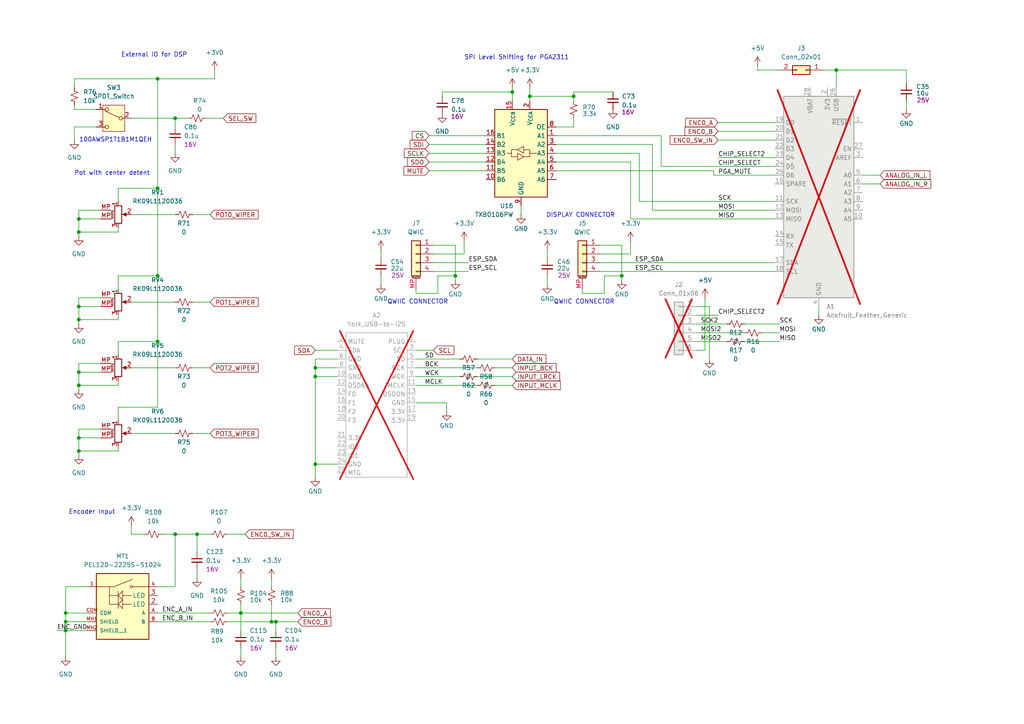
<source format=kicad_sch>
(kicad_sch (version 20250114) (generator "eeschema") (generator_version "9.0")
  (paper "A4")
  (lib_symbols
    (symbol "1_User_Library:Capacitor_non_polar" (pin_numbers (hide yes)) (pin_names (offset 0.254) (hide yes))
      (property "Reference" "C" (at 2.54 1.778 0))
      (property "Value" "val" (at 2.54 0 0))
      (property "Voltage" "Vol" (at 2.54 -2.032 0))
      (symbol "Capacitor_non_polar_1_1"
        (pin passive line (at 0 2.54 270) (length 2.032) (name "~") (number "1"))
        (pin passive line (at 0 -2.54 90) (length 2.032) (name "~") (number "2"))
      )
    )
    (symbol "1_User_Library:PEL12D-2225S-S1024" (pin_names (offset 1.016))
      (property "Reference" "MT" (at -7.62 8.89 0))
      (property "Value" "PEL12D-2225S-S1024" (at -7.62 -11.43 0))
      (symbol "PEL12D-2225S-S1024_0_0"
        (pin passive line (at -10.16 5.08 0) (length 2.54) (name "~") (number "1"))
        (pin passive line (at -10.16 -2.54 0) (length 2.54) (name "COM") (number "COM"))
        (pin passive line (at 10.16 2.54 180) (length 2.54) (name "LED") (number "3"))
        (pin passive line (at 10.16 0 180) (length 2.54) (name "LED") (number "2"))
        (pin passive line (at 10.16 -2.54 180) (length 2.54) (name "A") (number "A"))
        (pin passive line (at 10.16 -5.08 180) (length 2.54) (name "B") (number "B"))
      )
      (symbol "PEL12D-2225S-S1024_1_0"
        (pin passive line (at -10.16 -5.08 0) (length 2.54) (name "SHIELD") (number "MH1"))
        (pin passive line (at -10.16 -7.62 0) (length 2.54) (name "SHIELD__1") (number "MH2"))
        (pin passive line (at 10.16 5.08 180) (length 2.54) (name "~") (number "4"))
      )
    )
    (symbol "1_User_Library:RK09L1120036" (pin_names (offset 1.016) (hide yes))
      (property "Reference" "RV" (at -8.255 0 90))
      (property "Value" "RK09L1120036" (at -6.35 0 90))
      (symbol "RK09L1120036_1_1"
        (text "Mounting" (at -1.651 0 900) (effects (font (size 0.381 0.381))))
        (pin passive line (at -5.08 1.27 0) (length 3.048) (name "MountPin") (number "MP"))
        (pin passive line (at -5.08 -1.27 0) (length 3.048) (name "MountPin") (number "MP"))
        (pin passive line (at 0 3.81 270) (length 1.27) (name "1") (number "1"))
        (pin passive line (at 0 -3.81 90) (length 1.27) (name "3") (number "3"))
        (pin passive line (at 3.81 0 180) (length 1.27) (name "2") (number "2"))
      )
    )
    (symbol "1_User_Library:Resistor" (pin_numbers (hide yes)) (pin_names (offset 0.254) (hide yes))
      (property "Reference" "R" (at 0.762 0.508 0))
      (symbol "Resistor_1_1"
        (pin passive line (at 0 2.54 270) (length 1.016) (name "~") (number "1"))
        (pin passive line (at 0 -2.54 90) (length 1.016) (name "~") (number "2"))
      )
    )
    (symbol "1_User_Library:SPDT_Switch" (pin_names (offset 0) (hide yes))
      (property "Reference" "SW" (at 0 5.08 0))
      (property "Value" "SPDT_Switch" (at 0 -5.08 0))
      (symbol "SPDT_Switch_1_1"
        (pin passive line (at -5.08 0 0) (length 2.54) (name "COM") (number "2"))
        (pin passive line (at 5.08 2.54 180) (length 2.54) (name "ON") (number "1"))
        (pin passive line (at 5.08 -2.54 180) (length 2.54) (name "ON") (number "3"))
      )
    )
    (symbol "1_User_Library:York_USB-to-I2S"
      (property "Reference" "A" (at -0.762 3.81 0))
      (property "Value" "York_USB-to-I2S" (at -8.636 1.27 0))
      (symbol "York_USB-to-I2S_1_1"
        (pin bidirectional line (at -11.43 -2.54 0) (length 2.54) (name "MUTE") (number "2"))
        (pin bidirectional line (at -11.43 -5.08 0) (length 2.54) (name "SDA") (number "4"))
        (pin bidirectional line (at -11.43 -7.62 0) (length 2.54) (name "GND") (number "6"))
        (pin bidirectional line (at -11.43 -10.16 0) (length 2.54) (name "GND") (number "8"))
        (pin bidirectional line (at -11.43 -12.7 0) (length 2.54) (name "GND") (number "10"))
        (pin bidirectional line (at -11.43 -15.24 0) (length 2.54) (name "DSD64") (number "12"))
        (pin bidirectional line (at -11.43 -17.78 0) (length 2.54) (name "F0") (number "14"))
        (pin bidirectional line (at -11.43 -20.32 0) (length 2.54) (name "F1") (number "16"))
        (pin bidirectional line (at -11.43 -22.86 0) (length 2.54) (name "F2") (number "18"))
        (pin bidirectional line (at -11.43 -25.4 0) (length 2.54) (name "F3") (number "20"))
        (pin bidirectional line (at -11.43 -30.48 0) (length 2.54) (name "3.3V") (number "21"))
        (pin bidirectional line (at -11.43 -33.02 0) (length 2.54) (name "IO0") (number "22"))
        (pin bidirectional line (at -11.43 -35.56 0) (length 2.54) (name "IO1") (number "23"))
        (pin bidirectional line (at -11.43 -38.1 0) (length 2.54) (name "GND") (number "24"))
        (pin bidirectional line (at -11.43 -40.64 0) (length 2.54) (name "MTG") (number "25"))
        (pin bidirectional line (at 11.43 -2.54 180) (length 2.54) (name "PLUG") (number "1"))
        (pin bidirectional line (at 11.43 -5.08 180) (length 2.54) (name "SCL") (number "3"))
        (pin bidirectional line (at 11.43 -7.62 180) (length 2.54) (name "SD") (number "5"))
        (pin bidirectional line (at 11.43 -10.16 180) (length 2.54) (name "BCK") (number "7"))
        (pin bidirectional line (at 11.43 -12.7 180) (length 2.54) (name "WCK") (number "9"))
        (pin bidirectional line (at 11.43 -15.24 180) (length 2.54) (name "MCLK") (number "11"))
        (pin bidirectional line (at 11.43 -17.78 180) (length 2.54) (name "DSDON") (number "13"))
        (pin bidirectional line (at 11.43 -20.32 180) (length 2.54) (name "GND") (number "15"))
        (pin bidirectional line (at 11.43 -22.86 180) (length 2.54) (name "3.3V") (number "17"))
        (pin bidirectional line (at 11.43 -25.4 180) (length 2.54) (name "3.3V") (number "19"))
      )
    )
    (symbol "Capacitor_non_polar_1" (pin_numbers (hide yes)) (pin_names (offset 0.254) (hide yes))
      (property "Reference" "C" (at 0.254 1.778 0))
      (symbol "Capacitor_non_polar_1_1_1"
        (pin passive line (at 0 2.54 270) (length 2.032) (name "~") (number "1"))
        (pin passive line (at 0 -2.54 90) (length 2.032) (name "~") (number "2"))
      )
    )
    (symbol "Connector_Generic:Conn_01x06" (pin_names (offset 1.016) (hide yes))
      (property "Reference" "J" (at 0 7.62 0))
      (property "Value" "Conn_01x06" (at 0 -10.16 0))
      (symbol "Conn_01x06_1_1"
        (pin passive line (at -5.08 5.08 0) (length 3.81) (name "Pin_1") (number "1"))
        (pin passive line (at -5.08 2.54 0) (length 3.81) (name "Pin_2") (number "2"))
        (pin passive line (at -5.08 0 0) (length 3.81) (name "Pin_3") (number "3"))
        (pin passive line (at -5.08 -2.54 0) (length 3.81) (name "Pin_4") (number "4"))
        (pin passive line (at -5.08 -5.08 0) (length 3.81) (name "Pin_5") (number "5"))
        (pin passive line (at -5.08 -7.62 0) (length 3.81) (name "Pin_6") (number "6"))
      )
    )
    (symbol "Connector_Generic:Conn_02x01" (pin_names (offset 1.016) (hide yes))
      (property "Reference" "J" (at 1.27 2.54 0))
      (property "Value" "Conn_02x01" (at 1.27 -2.54 0))
      (symbol "Conn_02x01_1_1"
        (pin passive line (at -5.08 0 0) (length 3.81) (name "Pin_1") (number "1"))
        (pin passive line (at 7.62 0 180) (length 3.81) (name "Pin_2") (number "2"))
      )
    )
    (symbol "Connector_Generic_MountingPin:Conn_01x04_MountingPin" (pin_names (offset 1.016) (hide yes))
      (property "Reference" "J" (at 0 5.08 0))
      (property "Value" "Conn_01x04_MountingPin" (at 1.27 -7.62 0))
      (symbol "Conn_01x04_MountingPin_1_1"
        (text "Mounting" (at 0 -6.731 0) (effects (font (size 0.381 0.381))))
        (pin passive line (at -5.08 2.54 0) (length 3.81) (name "Pin_1") (number "1"))
        (pin passive line (at -5.08 0 0) (length 3.81) (name "Pin_2") (number "2"))
        (pin passive line (at -5.08 -2.54 0) (length 3.81) (name "Pin_3") (number "3"))
        (pin passive line (at -5.08 -5.08 0) (length 3.81) (name "Pin_4") (number "4"))
        (pin passive line (at 0 -10.16 90) (length 3.048) (name "MountPin") (number "MP"))
      )
    )
    (symbol "Logic_LevelTranslator:TXB0106PW"
      (property "Reference" "U" (at -6.35 13.97 0))
      (property "Value" "TXB0106PW" (at 3.81 13.97 0))
      (symbol "TXB0106PW_1_1"
        (pin input line (at -10.16 7.62 0) (length 2.54) (name "OE") (number "8"))
        (pin bidirectional line (at -10.16 5.08 0) (length 2.54) (name "A1") (number "1"))
        (pin bidirectional line (at -10.16 2.54 0) (length 2.54) (name "A2") (number "3"))
        (pin bidirectional line (at -10.16 0 0) (length 2.54) (name "A3") (number "4"))
        (pin bidirectional line (at -10.16 -2.54 0) (length 2.54) (name "A4") (number "5"))
        (pin bidirectional line (at -10.16 -5.08 0) (length 2.54) (name "A5") (number "6"))
        (pin bidirectional line (at -10.16 -7.62 0) (length 2.54) (name "A6") (number "7"))
        (pin power_in line (at -2.54 15.24 270) (length 2.54) (name "V_{CCA}") (number "2"))
        (pin power_in line (at 0 -15.24 90) (length 2.54) (name "GND") (number "9"))
        (pin power_in line (at 2.54 15.24 270) (length 2.54) (name "V_{CCB}") (number "15"))
        (pin bidirectional line (at 10.16 5.08 180) (length 2.54) (name "B1") (number "16"))
        (pin bidirectional line (at 10.16 2.54 180) (length 2.54) (name "B2") (number "14"))
        (pin bidirectional line (at 10.16 0 180) (length 2.54) (name "B3") (number "13"))
        (pin bidirectional line (at 10.16 -2.54 180) (length 2.54) (name "B4") (number "12"))
        (pin bidirectional line (at 10.16 -5.08 180) (length 2.54) (name "B5") (number "11"))
        (pin bidirectional line (at 10.16 -7.62 180) (length 2.54) (name "B6") (number "10"))
      )
    )
    (symbol "MCU_Module:Adafruit_Feather_Generic"
      (property "Reference" "A" (at -10.16 29.21 0))
      (property "Value" "Adafruit_Feather_Generic" (at 2.54 -31.75 0))
      (symbol "Adafruit_Feather_Generic_1_1"
        (pin bidirectional line (at -12.7 20.32 0) (length 2.54) (name "D0") (number "19"))
        (pin bidirectional line (at -12.7 17.78 0) (length 2.54) (name "D1") (number "20"))
        (pin bidirectional line (at -12.7 15.24 0) (length 2.54) (name "D2") (number "21"))
        (pin bidirectional line (at -12.7 12.7 0) (length 2.54) (name "D3") (number "22"))
        (pin bidirectional line (at -12.7 10.16 0) (length 2.54) (name "D4") (number "23"))
        (pin bidirectional line (at -12.7 7.62 0) (length 2.54) (name "D5") (number "24"))
        (pin bidirectional line (at -12.7 5.08 0) (length 2.54) (name "D6") (number "25"))
        (pin bidirectional line (at -12.7 2.54 0) (length 2.54) (name "SPARE") (number "16"))
        (pin bidirectional line (at -12.7 -2.54 0) (length 2.54) (name "SCK") (number "11"))
        (pin bidirectional line (at -12.7 -5.08 0) (length 2.54) (name "MOSI") (number "12"))
        (pin bidirectional line (at -12.7 -7.62 0) (length 2.54) (name "MISO") (number "13"))
        (pin bidirectional line (at -12.7 -12.7 0) (length 2.54) (name "RX") (number "14"))
        (pin bidirectional line (at -12.7 -15.24 0) (length 2.54) (name "TX") (number "15"))
        (pin bidirectional line (at -12.7 -20.32 0) (length 2.54) (name "SDA") (number "17"))
        (pin bidirectional line (at -12.7 -22.86 0) (length 2.54) (name "SCL") (number "18"))
        (pin power_in line (at -2.54 30.48 270) (length 2.54) (name "VBAT") (number "28"))
        (pin power_in line (at 0 -33.02 90) (length 2.54) (name "GND") (number "4"))
        (pin power_in line (at 2.54 30.48 270) (length 2.54) (name "3V3") (number "2"))
        (pin power_in line (at 5.08 30.48 270) (length 2.54) (name "USB") (number "26"))
        (pin input line (at 12.7 20.32 180) (length 2.54) (name "~{RESET}") (number "1"))
        (pin input line (at 12.7 12.7 180) (length 2.54) (name "EN") (number "27"))
        (pin input line (at 12.7 10.16 180) (length 2.54) (name "AREF") (number "3"))
        (pin bidirectional line (at 12.7 5.08 180) (length 2.54) (name "A0") (number "5"))
        (pin bidirectional line (at 12.7 2.54 180) (length 2.54) (name "A1") (number "6"))
        (pin bidirectional line (at 12.7 0 180) (length 2.54) (name "A2") (number "7"))
        (pin bidirectional line (at 12.7 -2.54 180) (length 2.54) (name "A3") (number "8"))
        (pin bidirectional line (at 12.7 -5.08 180) (length 2.54) (name "A4") (number "9"))
        (pin bidirectional line (at 12.7 -7.62 180) (length 2.54) (name "A5") (number "10"))
      )
    )
    (symbol "RK09L1120036_1" (pin_names (offset 1.016) (hide yes))
      (property "Reference" "RV" (at -8.255 0 90))
      (property "Value" "RK09L1120036" (at -6.35 0 90))
      (symbol "RK09L1120036_1_1_1"
        (text "Mounting" (at -1.651 0 900) (effects (font (size 0.381 0.381))))
        (pin passive line (at -5.08 1.27 0) (length 3.048) (name "MountPin") (number "MP"))
        (pin passive line (at -5.08 -1.27 0) (length 3.048) (name "MountPin") (number "MP"))
        (pin passive line (at 0 3.81 270) (length 1.27) (name "1") (number "1"))
        (pin passive line (at 0 -3.81 90) (length 1.27) (name "3") (number "3"))
        (pin passive line (at 3.81 0 180) (length 1.27) (name "2") (number "2"))
      )
    )
    (symbol "RK09L1120036_2" (pin_names (offset 1.016) (hide yes))
      (property "Reference" "RV" (at -8.255 0 90))
      (property "Value" "RK09L1120036" (at -6.35 0 90))
      (symbol "RK09L1120036_2_1_1"
        (text "Mounting" (at -1.651 0 900) (effects (font (size 0.381 0.381))))
        (pin passive line (at -5.08 1.27 0) (length 3.048) (name "MountPin") (number "MP"))
        (pin passive line (at -5.08 -1.27 0) (length 3.048) (name "MountPin") (number "MP"))
        (pin passive line (at 0 3.81 270) (length 1.27) (name "1") (number "1"))
        (pin passive line (at 0 -3.81 90) (length 1.27) (name "3") (number "3"))
        (pin passive line (at 3.81 0 180) (length 1.27) (name "2") (number "2"))
      )
    )
    (symbol "RK09L1120036_3" (pin_names (offset 1.016) (hide yes))
      (property "Reference" "RV" (at -8.255 0 90))
      (property "Value" "RK09L1120036" (at -6.35 0 90))
      (symbol "RK09L1120036_3_1_1"
        (text "Mounting" (at -1.651 0 900) (effects (font (size 0.381 0.381))))
        (pin passive line (at -5.08 1.27 0) (length 3.048) (name "MountPin") (number "MP"))
        (pin passive line (at -5.08 -1.27 0) (length 3.048) (name "MountPin") (number "MP"))
        (pin passive line (at 0 3.81 270) (length 1.27) (name "1") (number "1"))
        (pin passive line (at 0 -3.81 90) (length 1.27) (name "3") (number "3"))
        (pin passive line (at 3.81 0 180) (length 1.27) (name "2") (number "2"))
      )
    )
    (symbol "power:+3.3V" (power) (pin_numbers (hide yes)) (pin_names (offset 0) (hide yes))
      (property "Value" "+3.3V" (at 0 3.556 0))
      (symbol "+3.3V_1_1"
        (pin power_in line (at 0 0 90) (length 0) (name "~") (number "1"))
      )
    )
    (symbol "power:+3V0" (power) (pin_numbers (hide yes)) (pin_names (offset 0) (hide yes))
      (property "Value" "+3V0" (at 0 3.556 0))
      (symbol "+3V0_1_1"
        (pin power_in line (at 0 0 90) (length 0) (name "~") (number "1"))
      )
    )
    (symbol "power:+5V" (power) (pin_numbers (hide yes)) (pin_names (offset 0) (hide yes))
      (property "Value" "+5V" (at 0 3.556 0))
      (symbol "+5V_1_1"
        (pin power_in line (at 0 0 90) (length 0) (name "~") (number "1"))
      )
    )
    (symbol "power:GND" (power) (pin_numbers (hide yes)) (pin_names (offset 0) (hide yes))
      (property "Value" "GND" (at 0 -3.81 0))
      (symbol "GND_1_1"
        (pin power_in line (at 0 0 270) (length 0) (name "~") (number "1"))
      )
    )
  )
  (text "QWIIC CONNECTOR" (at 121.158 87.63 0) (effects (font (size 1.27 1.27))))
  (text "Pot with center detent" (at 32.512 50.292 0) (effects (font (size 1.27 1.27))))
  (text "100AWSP1T1B1M1QEH" (at 33.528 40.64 0) (effects (font (size 1.27 1.27))))
  (text "Encoder Input" (at 26.67 148.59 0) (effects (font (size 1.27 1.27))))
  (text "External IO for DSP" (at 44.704 16.002 0) (effects (font (size 1.27 1.27))))
  (text "QWIIC CONNECTOR" (at 169.418 87.63 0) (effects (font (size 1.27 1.27))))
  (text "DISPLAY CONNECTOR" (at 168.402 62.484 0) (effects (font (size 1.27 1.27))))
  (text "SPI Level Shifting for PGA2311" (at 149.86 16.764 0) (effects (font (size 1.27 1.27))))
  (junction (at 22.86 107.95))
  (junction (at 80.01 180.34))
  (junction (at 22.86 130.81))
  (junction (at 45.72 99.06))
  (junction (at 45.72 80.01))
  (junction (at 22.86 127))
  (junction (at 78.74 180.34))
  (junction (at 153.67 27.94))
  (junction (at 69.85 177.8))
  (junction (at 50.8 154.94))
  (junction (at 132.08 80.01))
  (junction (at 22.86 92.71))
  (junction (at 22.86 88.9))
  (junction (at 45.72 54.61))
  (junction (at 22.86 63.5))
  (junction (at 50.8 34.29))
  (junction (at 19.05 182.88))
  (junction (at 148.59 26.67))
  (junction (at 91.44 134.62))
  (junction (at 166.37 27.94))
  (junction (at 22.86 111.76))
  (junction (at 45.72 22.86))
  (junction (at 242.57 20.32))
  (junction (at 91.44 106.68))
  (junction (at 180.34 80.01))
  (junction (at 91.44 109.22))
  (junction (at 19.05 180.34))
  (junction (at 22.86 67.31))
  (junction (at 19.05 177.8))
  (junction (at 57.15 154.94))
  (wire (pts (xy 29.21 105.41) (xy 22.86 105.41)))
  (wire (pts (xy 66.04 154.94) (xy 71.12 154.94)))
  (wire (pts (xy 185.42 44.45) (xy 161.29 44.45)))
  (wire (pts (xy 173.99 76.2) (xy 224.79 76.2)))
  (wire (pts (xy 25.4 170.18) (xy 19.05 170.18)))
  (wire (pts (xy 62.23 20.32) (xy 62.23 22.86)))
  (wire (pts (xy 110.49 80.01) (xy 110.49 82.55)))
  (wire (pts (xy 45.72 22.86) (xy 45.72 54.61)))
  (wire (pts (xy 45.72 54.61) (xy 45.72 80.01)))
  (wire (pts (xy 22.86 105.41) (xy 22.86 107.95)))
  (wire (pts (xy 182.88 73.66) (xy 182.88 69.85)))
  (wire (pts (xy 143.51 106.68) (xy 148.59 106.68)))
  (wire (pts (xy 91.44 101.6) (xy 97.79 101.6)))
  (wire (pts (xy 19.05 177.8) (xy 19.05 180.34)))
  (wire (pts (xy 45.72 99.06) (xy 45.72 118.11)))
  (wire (pts (xy 208.28 35.56) (xy 224.79 35.56)))
  (wire (pts (xy 189.23 60.96) (xy 189.23 41.91)))
  (wire (pts (xy 250.19 53.34) (xy 255.27 53.34)))
  (wire (pts (xy 191.77 39.37) (xy 191.77 48.26)))
  (wire (pts (xy 173.99 78.74) (xy 224.79 78.74)))
  (wire (pts (xy 78.74 167.64) (xy 78.74 170.18)))
  (wire (pts (xy 148.59 25.4) (xy 148.59 26.67)))
  (wire (pts (xy 201.93 99.06) (xy 210.82 99.06)))
  (wire (pts (xy 91.44 106.68) (xy 91.44 109.22)))
  (wire (pts (xy 128.27 27.94) (xy 128.27 26.67)))
  (wire (pts (xy 153.67 27.94) (xy 153.67 29.21)))
  (wire (pts (xy 50.8 34.29) (xy 50.8 36.83)))
  (wire (pts (xy 124.46 41.91) (xy 140.97 41.91)))
  (wire (pts (xy 148.59 26.67) (xy 148.59 29.21)))
  (wire (pts (xy 45.72 170.18) (xy 50.8 170.18)))
  (wire (pts (xy 50.8 34.29) (xy 54.61 34.29)))
  (wire (pts (xy 182.88 46.99) (xy 161.29 46.99)))
  (wire (pts (xy 38.1 62.23) (xy 50.8 62.23)))
  (wire (pts (xy 166.37 36.83) (xy 166.37 34.29)))
  (wire (pts (xy 22.86 127) (xy 29.21 127)))
  (wire (pts (xy 69.85 177.8) (xy 69.85 182.88)))
  (wire (pts (xy 205.74 88.9) (xy 205.74 104.14)))
  (wire (pts (xy 168.91 85.09) (xy 175.26 85.09)))
  (wire (pts (xy 34.29 66.04) (xy 34.29 67.31)))
  (wire (pts (xy 138.43 109.22) (xy 148.59 109.22)))
  (wire (pts (xy 80.01 180.34) (xy 78.74 180.34)))
  (wire (pts (xy 125.73 76.2) (xy 135.89 76.2)))
  (wire (pts (xy 22.86 68.58) (xy 22.86 67.31)))
  (wire (pts (xy 50.8 154.94) (xy 50.8 170.18)))
  (wire (pts (xy 161.29 49.53) (xy 207.01 49.53)))
  (wire (pts (xy 19.05 180.34) (xy 19.05 182.88)))
  (wire (pts (xy 19.05 170.18) (xy 19.05 177.8)))
  (wire (pts (xy 50.8 41.91) (xy 50.8 44.45)))
  (wire (pts (xy 120.65 111.76) (xy 138.43 111.76)))
  (wire (pts (xy 185.42 58.42) (xy 224.79 58.42)))
  (wire (pts (xy 38.1 34.29) (xy 50.8 34.29)))
  (wire (pts (xy 34.29 99.06) (xy 34.29 102.87)))
  (wire (pts (xy 34.29 80.01) (xy 45.72 80.01)))
  (wire (pts (xy 161.29 39.37) (xy 191.77 39.37)))
  (wire (pts (xy 22.86 92.71) (xy 34.29 92.71)))
  (wire (pts (xy 132.08 80.01) (xy 132.08 81.28)))
  (wire (pts (xy 34.29 54.61) (xy 34.29 58.42)))
  (wire (pts (xy 153.67 25.4) (xy 153.67 27.94)))
  (wire (pts (xy 220.98 96.52) (xy 226.06 96.52)))
  (wire (pts (xy 97.79 104.14) (xy 91.44 104.14)))
  (wire (pts (xy 29.21 60.96) (xy 22.86 60.96)))
  (wire (pts (xy 45.72 177.8) (xy 60.96 177.8)))
  (wire (pts (xy 34.29 110.49) (xy 34.29 111.76)))
  (wire (pts (xy 69.85 187.96) (xy 69.85 190.5)))
  (wire (pts (xy 120.65 109.22) (xy 133.35 109.22)))
  (wire (pts (xy 50.8 154.94) (xy 57.15 154.94)))
  (wire (pts (xy 34.29 118.11) (xy 34.29 121.92)))
  (wire (pts (xy 262.89 29.21) (xy 262.89 31.75)))
  (wire (pts (xy 124.46 44.45) (xy 140.97 44.45)))
  (wire (pts (xy 185.42 58.42) (xy 185.42 44.45)))
  (wire (pts (xy 34.29 80.01) (xy 34.29 83.82)))
  (wire (pts (xy 22.86 63.5) (xy 22.86 67.31)))
  (wire (pts (xy 69.85 167.64) (xy 69.85 170.18)))
  (wire (pts (xy 25.4 180.34) (xy 19.05 180.34)))
  (wire (pts (xy 201.93 101.6) (xy 204.47 101.6)))
  (wire (pts (xy 55.88 62.23) (xy 60.96 62.23)))
  (wire (pts (xy 19.05 182.88) (xy 19.05 190.5)))
  (wire (pts (xy 173.99 73.66) (xy 182.88 73.66)))
  (wire (pts (xy 127 80.01) (xy 127 85.09)))
  (wire (pts (xy 124.46 46.99) (xy 140.97 46.99)))
  (wire (pts (xy 201.93 93.98) (xy 210.82 93.98)))
  (wire (pts (xy 180.34 80.01) (xy 180.34 81.28)))
  (wire (pts (xy 110.49 72.39) (xy 110.49 74.93)))
  (wire (pts (xy 16.51 182.88) (xy 19.05 182.88)))
  (wire (pts (xy 143.51 111.76) (xy 148.59 111.76)))
  (wire (pts (xy 189.23 41.91) (xy 161.29 41.91)))
  (wire (pts (xy 166.37 29.21) (xy 166.37 27.94)))
  (wire (pts (xy 21.59 30.48) (xy 21.59 31.75)))
  (wire (pts (xy 25.4 182.88) (xy 19.05 182.88)))
  (wire (pts (xy 21.59 36.83) (xy 27.94 36.83)))
  (wire (pts (xy 120.65 83.82) (xy 120.65 85.09)))
  (wire (pts (xy 66.04 180.34) (xy 78.74 180.34)))
  (wire (pts (xy 22.86 113.03) (xy 22.86 111.76)))
  (wire (pts (xy 38.1 152.4) (xy 38.1 154.94)))
  (wire (pts (xy 175.26 80.01) (xy 175.26 85.09)))
  (wire (pts (xy 22.86 86.36) (xy 22.86 88.9)))
  (wire (pts (xy 215.9 99.06) (xy 226.06 99.06)))
  (wire (pts (xy 57.15 154.94) (xy 57.15 160.02)))
  (wire (pts (xy 45.72 180.34) (xy 60.96 180.34)))
  (wire (pts (xy 219.71 19.05) (xy 219.71 20.32)))
  (wire (pts (xy 161.29 36.83) (xy 166.37 36.83)))
  (wire (pts (xy 21.59 25.4) (xy 21.59 22.86)))
  (wire (pts (xy 22.86 130.81) (xy 34.29 130.81)))
  (wire (pts (xy 34.29 99.06) (xy 45.72 99.06)))
  (wire (pts (xy 21.59 22.86) (xy 45.72 22.86)))
  (wire (pts (xy 38.1 125.73) (xy 50.8 125.73)))
  (wire (pts (xy 69.85 175.26) (xy 69.85 177.8)))
  (wire (pts (xy 22.86 88.9) (xy 22.86 92.71)))
  (wire (pts (xy 91.44 104.14) (xy 91.44 106.68)))
  (wire (pts (xy 124.46 39.37) (xy 140.97 39.37)))
  (wire (pts (xy 29.21 124.46) (xy 22.86 124.46)))
  (wire (pts (xy 173.99 71.12) (xy 180.34 71.12)))
  (wire (pts (xy 182.88 63.5) (xy 224.79 63.5)))
  (wire (pts (xy 262.89 20.32) (xy 262.89 24.13)))
  (wire (pts (xy 22.86 124.46) (xy 22.86 127)))
  (wire (pts (xy 57.15 154.94) (xy 60.96 154.94)))
  (wire (pts (xy 34.29 129.54) (xy 34.29 130.81)))
  (wire (pts (xy 34.29 91.44) (xy 34.29 92.71)))
  (wire (pts (xy 80.01 180.34) (xy 86.36 180.34)))
  (wire (pts (xy 250.19 50.8) (xy 255.27 50.8)))
  (wire (pts (xy 151.13 59.69) (xy 151.13 62.23)))
  (wire (pts (xy 127 80.01) (xy 132.08 80.01)))
  (wire (pts (xy 182.88 63.5) (xy 182.88 46.99)))
  (wire (pts (xy 134.62 73.66) (xy 134.62 69.85)))
  (wire (pts (xy 207.01 49.53) (xy 207.01 50.8)))
  (wire (pts (xy 237.49 88.9) (xy 237.49 91.44)))
  (wire (pts (xy 69.85 177.8) (xy 86.36 177.8)))
  (wire (pts (xy 180.34 71.12) (xy 180.34 80.01)))
  (wire (pts (xy 124.46 49.53) (xy 140.97 49.53)))
  (wire (pts (xy 242.57 20.32) (xy 262.89 20.32)))
  (wire (pts (xy 201.93 91.44) (xy 208.28 91.44)))
  (wire (pts (xy 91.44 106.68) (xy 97.79 106.68)))
  (wire (pts (xy 204.47 86.36) (xy 204.47 101.6)))
  (wire (pts (xy 120.65 116.84) (xy 129.54 116.84)))
  (wire (pts (xy 138.43 104.14) (xy 148.59 104.14)))
  (wire (pts (xy 191.77 48.26) (xy 224.79 48.26)))
  (wire (pts (xy 177.8 26.67) (xy 166.37 26.67)))
  (wire (pts (xy 207.01 50.8) (xy 224.79 50.8)))
  (wire (pts (xy 66.04 177.8) (xy 69.85 177.8)))
  (wire (pts (xy 166.37 26.67) (xy 166.37 27.94)))
  (wire (pts (xy 46.99 154.94) (xy 50.8 154.94)))
  (wire (pts (xy 208.28 40.64) (xy 224.79 40.64)))
  (wire (pts (xy 91.44 109.22) (xy 91.44 134.62)))
  (wire (pts (xy 55.88 87.63) (xy 60.96 87.63)))
  (wire (pts (xy 158.75 80.01) (xy 158.75 82.55)))
  (wire (pts (xy 38.1 106.68) (xy 50.8 106.68)))
  (wire (pts (xy 34.29 54.61) (xy 45.72 54.61)))
  (wire (pts (xy 125.73 78.74) (xy 135.89 78.74)))
  (wire (pts (xy 45.72 22.86) (xy 62.23 22.86)))
  (wire (pts (xy 78.74 175.26) (xy 78.74 180.34)))
  (wire (pts (xy 120.65 106.68) (xy 138.43 106.68)))
  (wire (pts (xy 22.86 63.5) (xy 29.21 63.5)))
  (wire (pts (xy 34.29 118.11) (xy 45.72 118.11)))
  (wire (pts (xy 132.08 71.12) (xy 132.08 80.01)))
  (wire (pts (xy 189.23 60.96) (xy 224.79 60.96)))
  (wire (pts (xy 208.28 38.1) (xy 224.79 38.1)))
  (wire (pts (xy 59.69 34.29) (xy 64.77 34.29)))
  (wire (pts (xy 238.76 20.32) (xy 242.57 20.32)))
  (wire (pts (xy 22.86 107.95) (xy 29.21 107.95)))
  (wire (pts (xy 175.26 80.01) (xy 180.34 80.01)))
  (wire (pts (xy 22.86 88.9) (xy 29.21 88.9)))
  (wire (pts (xy 29.21 86.36) (xy 22.86 86.36)))
  (wire (pts (xy 38.1 154.94) (xy 41.91 154.94)))
  (wire (pts (xy 120.65 85.09) (xy 127 85.09)))
  (wire (pts (xy 21.59 31.75) (xy 27.94 31.75)))
  (wire (pts (xy 125.73 71.12) (xy 132.08 71.12)))
  (wire (pts (xy 80.01 182.88) (xy 80.01 180.34)))
  (wire (pts (xy 91.44 134.62) (xy 97.79 134.62)))
  (wire (pts (xy 55.88 106.68) (xy 60.96 106.68)))
  (wire (pts (xy 129.54 116.84) (xy 129.54 119.38)))
  (wire (pts (xy 57.15 165.1) (xy 57.15 167.64)))
  (wire (pts (xy 201.93 96.52) (xy 215.9 96.52)))
  (wire (pts (xy 120.65 101.6) (xy 125.73 101.6)))
  (wire (pts (xy 128.27 26.67) (xy 148.59 26.67)))
  (wire (pts (xy 166.37 27.94) (xy 153.67 27.94)))
  (wire (pts (xy 91.44 109.22) (xy 97.79 109.22)))
  (wire (pts (xy 21.59 36.83) (xy 21.59 40.64)))
  (wire (pts (xy 55.88 125.73) (xy 60.96 125.73)))
  (wire (pts (xy 168.91 83.82) (xy 168.91 85.09)))
  (wire (pts (xy 219.71 20.32) (xy 226.06 20.32)))
  (wire (pts (xy 45.72 80.01) (xy 45.72 99.06)))
  (wire (pts (xy 38.1 87.63) (xy 50.8 87.63)))
  (wire (pts (xy 22.86 127) (xy 22.86 130.81)))
  (wire (pts (xy 22.86 60.96) (xy 22.86 63.5)))
  (wire (pts (xy 80.01 187.96) (xy 80.01 190.5)))
  (wire (pts (xy 22.86 107.95) (xy 22.86 111.76)))
  (wire (pts (xy 215.9 93.98) (xy 226.06 93.98)))
  (wire (pts (xy 242.57 20.32) (xy 242.57 25.4)))
  (wire (pts (xy 125.73 73.66) (xy 134.62 73.66)))
  (wire (pts (xy 22.86 132.08) (xy 22.86 130.81)))
  (wire (pts (xy 22.86 93.98) (xy 22.86 92.71)))
  (wire (pts (xy 208.28 45.72) (xy 224.79 45.72)))
  (wire (pts (xy 22.86 111.76) (xy 34.29 111.76)))
  (wire (pts (xy 91.44 134.62) (xy 91.44 138.43)))
  (wire (pts (xy 120.65 104.14) (xy 133.35 104.14)))
  (wire (pts (xy 25.4 177.8) (xy 19.05 177.8)))
  (wire (pts (xy 205.74 88.9) (xy 201.93 88.9)))
  (wire (pts (xy 22.86 67.31) (xy 34.29 67.31)))
  (wire (pts (xy 158.75 72.39) (xy 158.75 74.93)))
  (label "BCK" (at 123.19 106.68 0))
  (label "SCK" (at 208.28 58.42 0))
  (label "CHIP_SELECT" (at 208.28 48.26 0))
  (label "MISO2" (at 203.2 99.06 0))
  (label "MISO" (at 208.28 63.5 0))
  (label "ESP_SDA" (at 135.89 76.2 0))
  (label "MOSI" (at 226.06 96.52 0))
  (label "ENC_A_IN" (at 46.99 177.8 0))
  (label "ESP_SCL" (at 184.15 78.74 0))
  (label "MOSI" (at 208.28 60.96 0))
  (label "PGA_MUTE" (at 208.28 50.8 0))
  (label "SCK2" (at 203.2 93.98 0))
  (label "ENC_GND" (at 16.51 182.88 0))
  (label "WCK" (at 123.19 109.22 0))
  (label "MOSI2" (at 203.2 96.52 0))
  (label "ESP_SDA" (at 184.15 76.2 0))
  (label "MCLK" (at 123.19 111.76 0))
  (label "MISO" (at 226.06 99.06 0))
  (label "CHIP_SELECT2" (at 208.28 91.44 0))
  (label "SCK" (at 226.06 93.98 0))
  (label "SD" (at 123.19 104.14 0))
  (label "ENC_B_IN" (at 46.99 180.34 0))
  (label "CHIP_SELECT2" (at 208.28 45.72 0))
  (label "ESP_SCL" (at 135.89 78.74 0))
  (global_label "DATA_IN" (shape input) (at 148.59 104.14 0) (property "Intersheetrefs" "${INTERSHEET_REFS}" (effects (hide yes))))
  (global_label "SDI" (shape input) (at 124.46 41.91 180) (property "Intersheetrefs" "${INTERSHEET_REFS}" (effects (hide yes))))
  (global_label "ENC0_B" (shape input) (at 86.36 180.34 0) (property "Intersheetrefs" "${INTERSHEET_REFS}" (effects (hide yes))))
  (global_label "CS" (shape input) (at 124.46 39.37 180) (property "Intersheetrefs" "${INTERSHEET_REFS}" (effects (hide yes))))
  (global_label "INPUT_BCK" (shape input) (at 148.59 106.68 0) (property "Intersheetrefs" "${INTERSHEET_REFS}" (effects (hide yes))))
  (global_label "INPUT_MCLK" (shape input) (at 148.59 111.76 0) (property "Intersheetrefs" "${INTERSHEET_REFS}" (effects (hide yes))))
  (global_label "SEL_SW" (shape input) (at 64.77 34.29 0) (property "Intersheetrefs" "${INTERSHEET_REFS}" (effects (hide yes))))
  (global_label "MUTE" (shape input) (at 124.46 49.53 180) (property "Intersheetrefs" "${INTERSHEET_REFS}" (effects (hide yes))))
  (global_label "INPUT_LRCK" (shape input) (at 148.59 109.22 0) (property "Intersheetrefs" "${INTERSHEET_REFS}" (effects (hide yes))))
  (global_label "SDO" (shape input) (at 124.46 46.99 180) (property "Intersheetrefs" "${INTERSHEET_REFS}" (effects (hide yes))))
  (global_label "ENC0_A" (shape input) (at 86.36 177.8 0) (property "Intersheetrefs" "${INTERSHEET_REFS}" (effects (hide yes))))
  (global_label "SDA" (shape input) (at 91.44 101.6 180) (property "Intersheetrefs" "${INTERSHEET_REFS}" (effects (hide yes))))
  (global_label "POT0_WIPER" (shape input) (at 60.96 62.23 0) (property "Intersheetrefs" "${INTERSHEET_REFS}" (effects (hide yes))))
  (global_label "ENC0_SW_IN" (shape input) (at 71.12 154.94 0) (property "Intersheetrefs" "${INTERSHEET_REFS}" (effects (hide yes))))
  (global_label "SCL" (shape input) (at 125.73 101.6 0) (property "Intersheetrefs" "${INTERSHEET_REFS}" (effects (hide yes))))
  (global_label "POT1_WIPER" (shape input) (at 60.96 87.63 0) (property "Intersheetrefs" "${INTERSHEET_REFS}" (effects (hide yes))))
  (global_label "POT2_WIPER" (shape input) (at 60.96 106.68 0) (property "Intersheetrefs" "${INTERSHEET_REFS}" (effects (hide yes))))
  (global_label "ENC0_A" (shape input) (at 208.28 35.56 180) (property "Intersheetrefs" "${INTERSHEET_REFS}" (effects (hide yes))))
  (global_label "ANALOG_IN_L" (shape input) (at 255.27 50.8 0) (property "Intersheetrefs" "${INTERSHEET_REFS}" (effects (hide yes))))
  (global_label "ENC0_B" (shape input) (at 208.28 38.1 180) (property "Intersheetrefs" "${INTERSHEET_REFS}" (effects (hide yes))))
  (global_label "ANALOG_IN_R" (shape input) (at 255.27 53.34 0) (property "Intersheetrefs" "${INTERSHEET_REFS}" (effects (hide yes))))
  (global_label "POT3_WIPER" (shape input) (at 60.96 125.73 0) (property "Intersheetrefs" "${INTERSHEET_REFS}" (effects (hide yes))))
  (global_label "ENC0_SW_IN" (shape input) (at 208.28 40.64 180) (property "Intersheetrefs" "${INTERSHEET_REFS}" (effects (hide yes))))
  (global_label "SCLK" (shape input) (at 124.46 44.45 180) (property "Intersheetrefs" "${INTERSHEET_REFS}" (effects (hide yes))))
  (symbol (lib_id "1_User_Library:Resistor") (at 63.5 154.94 90) (unit 1)
    (property "Reference" "R107" (at 63.5 148.59 90))
    (property "Value" "0" (at 63.5 151.13 90))
    (property "Footprint" "Resistor_SMD:R_0603_1608Metric" (effects (hide yes)))
    (property "Description" "RES, 0805, 0-OHM" (effects (hide yes)))
    (property "Part Number" "CRCW06030000Z0EA" (effects (hide yes)))
  )
  (symbol (lib_id "1_User_Library:Resistor") (at 135.89 109.22 90) (unit 1)
    (property "Reference" "R62" (at 135.89 111.76 90))
    (property "Value" "0" (at 135.89 114.3 90))
    (property "Footprint" "Resistor_SMD:R_0603_1608Metric" (effects (hide yes)))
    (property "Description" "RES, 0805, 0-OHM" (effects (hide yes)))
    (property "Part Number" "CRCW06030000Z0EA" (effects (hide yes)))
  )
  (symbol (lib_id "power:GND") (at 22.86 132.08 0) (unit 1)
    (property "Reference" "#PWR0207" (effects (hide yes)))
    (property "Value" "GND" (at 22.86 137.16 0))
    (property "Description" "Power symbol creates a global label with name \"GND\" , ground" (effects (hide yes)))
  )
  (symbol (lib_id "1_User_Library:Resistor") (at 21.59 27.94 180) (unit 1)
    (property "Reference" "R76" (at 24.13 26.6699 0) (effects (justify right)))
    (property "Value" "10k" (at 24.13 29.2099 0) (effects (justify right)))
    (property "Footprint" "Resistor_SMD:R_0603_1608Metric" (effects (hide yes)))
    (property "Part Number" "CRCW060310K0FKEA" (effects (hide yes)))
  )
  (symbol (lib_id "1_User_Library:Resistor") (at 140.97 111.76 90) (unit 1)
    (property "Reference" "R66" (at 140.97 114.3 90))
    (property "Value" "0" (at 140.97 116.84 90))
    (property "Footprint" "Resistor_SMD:R_0603_1608Metric" (effects (hide yes)))
    (property "Description" "RES, 0805, 0-OHM" (effects (hide yes)))
    (property "Part Number" "CRCW06030000Z0EA" (effects (hide yes)))
  )
  (symbol (lib_id "1_User_Library:RK09L1120036") (at 34.29 87.63 0) (unit 1)
    (property "Reference" "RV4" (at 45.72 81.2098 0))
    (property "Value" "RK09L1120036" (at 45.72 83.7498 0))
    (property "Footprint" "1_User_Library:RK09L1120036" (effects (hide yes)))
    (property "Description" "Potentiometer with a mounting pin" (effects (hide yes)))
  )
  (symbol (lib_id "power:+3.3V") (at 69.85 167.64 0) (unit 1)
    (property "Reference" "#PWR079" (effects (hide yes)))
    (property "Value" "+3.3V" (at 69.85 162.56 0))
    (property "Description" "Power symbol creates a global label with name \"+3.3V\"" (effects (hide yes)))
  )
  (symbol (lib_id "1_User_Library:Capacitor_non_polar") (at 50.8 39.37 0) (unit 1)
    (property "Reference" "C86" (at 53.34 36.8362 0) (effects (justify left)))
    (property "Value" "0.1u" (at 53.34 39.3762 0) (effects (justify left)))
    (property "Footprint" "Capacitor_SMD:C_0603_1608Metric" (effects (hide yes)))
    (property "Description" "CAP, MLCC, 0.1U, 16V, 0805" (effects (hide yes)))
    (property "Part Number" "GCJ188R71C104KA01D" (effects (hide yes)))
    (property "Voltage" "16V" (at 53.34 41.9162 0) (effects (justify left)))
    (property "Manufacturer_Part_Number" "GCJ188R71C104KA01D" (effects (hide yes)))
  )
  (symbol (lib_id "power:GND") (at 237.49 91.44 0) (unit 1)
    (property "Reference" "#PWR0167" (effects (hide yes)))
    (property "Value" "GND" (at 237.49 95.504 0))
    (property "Description" "Power symbol creates a global label with name \"GND\" , ground" (effects (hide yes)))
  )
  (symbol (lib_id "power:GND") (at 128.27 33.02 0) (unit 1)
    (property "Reference" "#PWR119" (effects (hide yes)))
    (property "Value" "GND" (at 128.27 38.1 0))
    (property "Description" "Power symbol creates a global label with name \"GND\" , ground" (effects (hide yes)))
  )
  (symbol (lib_id "Connector_Generic:Conn_01x06") (at 196.85 93.98 0) (mirror y) (unit 1) (dnp yes)
    (property "Reference" "J2" (at 196.85 82.55 0))
    (property "Value" "Conn_01x06" (at 196.85 85.09 0))
    (property "Footprint" "Connector_PinHeader_2.54mm:PinHeader_1x06_P2.54mm_Vertical" (effects (hide yes)))
    (property "Description" "Generic connector, single row, 01x06, script generated (kicad-library-utils/schlib/autogen/connector/)" (effects (hide yes)))
  )
  (symbol (lib_name "Capacitor_non_polar_1") (lib_id "1_User_Library:Capacitor_non_polar") (at 158.75 77.47 0) (unit 1)
    (property "Reference" "C46" (at 161.544 75.946 0) (effects (justify left)))
    (property "Value" "22u" (at 161.544 77.8511 0) (effects (justify left)))
    (property "Footprint" "Capacitor_SMD:C_1210_3225Metric" (effects (hide yes)))
    (property "Part Number" "GRM32ER71E226ME15L " (effects (hide yes)))
    (property "Voltage" "25V" (at 163.576 79.8768 0))
    (property "Manufacturer_Part_Number" "GRM32ER71E226ME15L " (effects (hide yes)))
  )
  (symbol (lib_id "power:GND") (at 177.8 31.75 0) (unit 1)
    (property "Reference" "#PWR125" (effects (hide yes)))
    (property "Value" "GND" (at 177.8 36.83 0))
    (property "Description" "Power symbol creates a global label with name \"GND\" , ground" (effects (hide yes)))
  )
  (symbol (lib_id "power:GND") (at 158.75 82.55 0) (unit 1)
    (property "Reference" "#PWR06" (effects (hide yes)))
    (property "Value" "GND" (at 158.75 86.614 0))
    (property "Description" "Power symbol creates a global label with name \"GND\" , ground" (effects (hide yes)))
  )
  (symbol (lib_id "Connector_Generic_MountingPin:Conn_01x04_MountingPin") (at 168.91 73.66 0) (mirror y) (unit 1)
    (property "Reference" "J5" (at 168.91 64.77 0))
    (property "Value" "QWIC" (at 168.91 67.31 0))
    (property "Footprint" "Connector_JST:JST_SH_BM04B-SRSS-TB_1x04-1MP_P1.00mm_Vertical" (effects (hide yes)))
    (property "Description" "Generic connectable mounting pin connector, single row, 01x04, script generated (kicad-library-utils/schlib/autogen/connector/)" (effects (hide yes)))
  )
  (symbol (lib_id "power:+3.3V") (at 182.88 69.85 0) (mirror y) (unit 1)
    (property "Reference" "#PWR026" (effects (hide yes)))
    (property "Value" "+3.3V" (at 182.88 64.77 0))
    (property "Description" "Power symbol creates a global label with name \"+3.3V\"" (effects (hide yes)))
  )
  (symbol (lib_id "1_User_Library:Resistor") (at 135.89 104.14 90) (unit 1)
    (property "Reference" "R57" (at 135.89 106.68 90))
    (property "Value" "0" (at 135.89 109.22 90))
    (property "Footprint" "Resistor_SMD:R_0603_1608Metric" (effects (hide yes)))
    (property "Description" "RES, 0805, 0-OHM" (effects (hide yes)))
    (property "Part Number" "CRCW06030000Z0EA" (effects (hide yes)))
  )
  (symbol (lib_id "power:GND") (at 110.49 82.55 0) (unit 1)
    (property "Reference" "#PWR060" (effects (hide yes)))
    (property "Value" "GND" (at 110.49 86.614 0))
    (property "Description" "Power symbol creates a global label with name \"GND\" , ground" (effects (hide yes)))
  )
  (symbol (lib_id "1_User_Library:Resistor") (at 213.36 93.98 90) (unit 1)
    (property "Reference" "R12" (at 213.36 96.52 90))
    (property "Value" "0" (at 213.36 99.06 90))
    (property "Footprint" "Resistor_SMD:R_0603_1608Metric" (effects (hide yes)))
    (property "Description" "RES, 0805, 0-OHM" (effects (hide yes)))
    (property "Part Number" "CRCW06030000Z0EA" (effects (hide yes)))
  )
  (symbol (lib_id "power:GND") (at 19.05 190.5 0) (unit 1)
    (property "Reference" "#PWR109" (effects (hide yes)))
    (property "Value" "GND" (at 19.05 195.58 0))
    (property "Description" "Power symbol creates a global label with name \"GND\" , ground" (effects (hide yes)))
  )
  (symbol (lib_id "power:+3.3V") (at 153.67 25.4 0) (unit 1)
    (property "Reference" "#PWR073" (effects (hide yes)))
    (property "Value" "+3.3V" (at 153.67 20.32 0))
    (property "Description" "Power symbol creates a global label with name \"+3.3V\"" (effects (hide yes)))
  )
  (symbol (lib_id "power:+5V") (at 219.71 19.05 0) (unit 1)
    (property "Reference" "#PWR025" (effects (hide yes)))
    (property "Value" "+5V" (at 219.71 13.97 0))
    (property "Description" "Power symbol creates a global label with name \"+5V\"" (effects (hide yes)))
  )
  (symbol (lib_id "1_User_Library:Resistor") (at 63.5 177.8 90) (unit 1)
    (property "Reference" "R105" (at 63.5 171.45 90))
    (property "Value" "10k" (at 63.5 173.99 90))
    (property "Footprint" "Resistor_SMD:R_0603_1608Metric" (effects (hide yes)))
    (property "Part Number" "CRCW060310K0FKEA" (effects (hide yes)))
  )
  (symbol (lib_id "1_User_Library:Resistor") (at 53.34 125.73 90) (unit 1)
    (property "Reference" "R75" (at 53.34 128.27 90))
    (property "Value" "0" (at 53.34 130.81 90))
    (property "Footprint" "Resistor_SMD:R_0603_1608Metric" (effects (hide yes)))
    (property "Description" "RES, 0805, 0-OHM" (effects (hide yes)))
    (property "Part Number" "CRCW06030000Z0EA" (effects (hide yes)))
  )
  (symbol (lib_id "power:+3.3V") (at 78.74 167.64 0) (unit 1)
    (property "Reference" "#PWR0110" (effects (hide yes)))
    (property "Value" "+3.3V" (at 78.74 162.56 0))
    (property "Description" "Power symbol creates a global label with name \"+3.3V\"" (effects (hide yes)))
  )
  (symbol (lib_id "power:+3.3V") (at 38.1 152.4 0) (unit 1)
    (property "Reference" "#PWR0112" (effects (hide yes)))
    (property "Value" "+3.3V" (at 38.1 147.32 0))
    (property "Description" "Power symbol creates a global label with name \"+3.3V\"" (effects (hide yes)))
  )
  (symbol (lib_id "1_User_Library:Resistor") (at 140.97 106.68 90) (unit 1)
    (property "Reference" "R58" (at 140.97 109.22 90))
    (property "Value" "0" (at 140.97 111.76 90))
    (property "Footprint" "Resistor_SMD:R_0603_1608Metric" (effects (hide yes)))
    (property "Description" "RES, 0805, 0-OHM" (effects (hide yes)))
    (property "Part Number" "CRCW06030000Z0EA" (effects (hide yes)))
  )
  (symbol (lib_id "power:GND") (at 151.13 62.23 0) (unit 1)
    (property "Reference" "#PWR0166" (effects (hide yes)))
    (property "Value" "GND" (at 151.13 66.294 0))
    (property "Description" "Power symbol creates a global label with name \"GND\" , ground" (effects (hide yes)))
  )
  (symbol (lib_id "1_User_Library:Resistor") (at 57.15 34.29 90) (unit 1)
    (property "Reference" "R74" (at 57.912 29.21 90))
    (property "Value" "0" (at 57.912 31.75 90))
    (property "Footprint" "Resistor_SMD:R_0603_1608Metric" (effects (hide yes)))
    (property "Description" "RES, 0805, 0-OHM" (effects (hide yes)))
    (property "Part Number" "CRCW06030000Z0EA" (effects (hide yes)))
  )
  (symbol (lib_id "1_User_Library:Resistor") (at 44.45 154.94 90) (unit 1)
    (property "Reference" "R108" (at 44.45 148.59 90))
    (property "Value" "10k" (at 44.45 151.13 90))
    (property "Footprint" "Resistor_SMD:R_0603_1608Metric" (effects (hide yes)))
    (property "Part Number" "CRCW060310K0FKEA" (effects (hide yes)))
  )
  (symbol (lib_id "power:+3.3V") (at 158.75 72.39 0) (mirror y) (unit 1)
    (property "Reference" "#PWR07" (effects (hide yes)))
    (property "Value" "+3.3V" (at 158.75 67.31 0))
    (property "Description" "Power symbol creates a global label with name \"+3.3V\"" (effects (hide yes)))
  )
  (symbol (lib_id "power:GND") (at 69.85 190.5 0) (unit 1)
    (property "Reference" "#PWR111" (effects (hide yes)))
    (property "Value" "GND" (at 69.85 195.58 0))
    (property "Description" "Power symbol creates a global label with name \"GND\" , ground" (effects (hide yes)))
  )
  (symbol (lib_id "1_User_Library:Resistor") (at 78.74 172.72 0) (unit 1)
    (property "Reference" "R88" (at 81.28 172.0849 0) (effects (justify left)))
    (property "Value" "10k" (at 81.28 173.99 0) (effects (justify left)))
    (property "Footprint" "Resistor_SMD:R_0603_1608Metric" (effects (hide yes)))
    (property "Part Number" "CRCW060310K0FKEA" (effects (hide yes)))
  )
  (symbol (lib_name "Capacitor_non_polar_1") (lib_id "1_User_Library:Capacitor_non_polar") (at 262.89 26.67 0) (unit 1)
    (property "Reference" "C35" (at 265.684 25.146 0) (effects (justify left)))
    (property "Value" "10u" (at 265.684 27.0511 0) (effects (justify left)))
    (property "Footprint" "Capacitor_SMD:C_0805_2012Metric" (effects (hide yes)))
    (property "Description" "CAP CER 10UF 25V X7R 1206" (effects (hide yes)))
    (property "Part Number" "GRM21BZ71E106KE15L " (effects (hide yes)))
    (property "Voltage" "25V" (at 267.716 29.0768 0))
    (property "Manufacturer_Part_Number" "GRM21BZ71E106KE15L " (effects (hide yes)))
  )
  (symbol (lib_id "power:GND") (at 180.34 81.28 0) (unit 1)
    (property "Reference" "#PWR027" (effects (hide yes)))
    (property "Value" "GND" (at 180.34 85.344 0))
    (property "Description" "Power symbol creates a global label with name \"GND\" , ground" (effects (hide yes)))
  )
  (symbol (lib_id "power:GND") (at 80.01 190.5 0) (unit 1)
    (property "Reference" "#PWR113" (effects (hide yes)))
    (property "Value" "GND" (at 80.01 195.58 0))
    (property "Description" "Power symbol creates a global label with name \"GND\" , ground" (effects (hide yes)))
  )
  (symbol (lib_id "1_User_Library:York_USB-to-I2S") (at 109.22 96.52 0) (unit 1) (dnp yes)
    (property "Reference" "A2" (at 109.22 91.44 0))
    (property "Value" "York_USB-to-I2S" (at 109.22 93.98 0))
    (property "Footprint" "1_User_Library:York_Pico_USB-to-I2S" (effects (hide yes)))
    (property "Datasheet" "https://cdn-learn.adafruit.com/downloads/pdf/adafruit-feather.pdf" (effects (hide yes)))
    (property "Description" "Microcontroller module in various flavor, generic symbol" (effects (hide yes)))
  )
  (symbol (lib_id "power:GND") (at 57.15 167.64 0) (unit 1)
    (property "Reference" "#PWR114" (effects (hide yes)))
    (property "Value" "GND" (at 57.15 172.72 0))
    (property "Description" "Power symbol creates a global label with name \"GND\" , ground" (effects (hide yes)))
  )
  (symbol (lib_id "1_User_Library:Resistor") (at 166.37 31.75 180) (unit 1)
    (property "Reference" "R70" (at 168.91 31.1149 0) (effects (justify right)))
    (property "Value" "3.3k" (at 168.91 33.02 0) (effects (justify right)))
    (property "Footprint" "Resistor_SMD:R_0603_1608Metric" (effects (hide yes)))
    (property "Description" "RES, 0805, 3K3, 1PCT" (effects (hide yes)))
    (property "Part Number" "CRCW08053K30FKEA" (effects (hide yes)))
  )
  (symbol (lib_id "1_User_Library:Capacitor_non_polar") (at 57.15 162.56 0) (unit 1)
    (property "Reference" "C123" (at 59.69 160.0262 0) (effects (justify left)))
    (property "Value" "0.1u" (at 59.69 162.5662 0) (effects (justify left)))
    (property "Footprint" "Capacitor_SMD:C_0603_1608Metric" (effects (hide yes)))
    (property "Description" "CAP, MLCC, 0.1U, 16V, 0805" (effects (hide yes)))
    (property "Part Number" "GCJ188R71C104KA01D" (effects (hide yes)))
    (property "Voltage" "16V" (at 59.69 165.1062 0) (effects (justify left)))
    (property "Manufacturer_Part_Number" "GCJ188R71C104KA01D" (effects (hide yes)))
  )
  (symbol (lib_id "power:GND") (at 129.54 119.38 0) (unit 1)
    (property "Reference" "#PWR028" (effects (hide yes)))
    (property "Value" "GND" (at 129.54 123.444 0))
    (property "Description" "Power symbol creates a global label with name \"GND\" , ground" (effects (hide yes)))
  )
  (symbol (lib_id "power:GND") (at 132.08 81.28 0) (unit 1)
    (property "Reference" "#PWR0121" (effects (hide yes)))
    (property "Value" "GND" (at 132.08 85.344 0))
    (property "Description" "Power symbol creates a global label with name \"GND\" , ground" (effects (hide yes)))
  )
  (symbol (lib_id "1_User_Library:Resistor") (at 53.34 87.63 90) (unit 1)
    (property "Reference" "R72" (at 53.34 90.17 90))
    (property "Value" "0" (at 53.34 92.71 90))
    (property "Footprint" "Resistor_SMD:R_0603_1608Metric" (effects (hide yes)))
    (property "Description" "RES, 0805, 0-OHM" (effects (hide yes)))
    (property "Part Number" "CRCW06030000Z0EA" (effects (hide yes)))
  )
  (symbol (lib_name "RK09L1120036_3") (lib_id "1_User_Library:RK09L1120036") (at 34.29 62.23 0) (unit 1)
    (property "Reference" "RV1" (at 45.72 55.8098 0))
    (property "Value" "RK09L1120036" (at 45.72 58.3498 0))
    (property "Footprint" "1_User_Library:RK09L1120036" (effects (hide yes)))
    (property "Description" "Potentiometer with a mounting pin" (effects (hide yes)))
  )
  (symbol (lib_id "1_User_Library:Resistor") (at 53.34 62.23 90) (unit 1)
    (property "Reference" "R71" (at 53.34 64.77 90))
    (property "Value" "0" (at 53.34 67.31 90))
    (property "Footprint" "Resistor_SMD:R_0603_1608Metric" (effects (hide yes)))
    (property "Description" "RES, 0805, 0-OHM" (effects (hide yes)))
    (property "Part Number" "CRCW06030000Z0EA" (effects (hide yes)))
  )
  (symbol (lib_id "power:GND") (at 22.86 93.98 0) (unit 1)
    (property "Reference" "#PWR182" (effects (hide yes)))
    (property "Value" "GND" (at 22.86 99.06 0))
    (property "Description" "Power symbol creates a global label with name \"GND\" , ground" (effects (hide yes)))
  )
  (symbol (lib_name "RK09L1120036_2") (lib_id "1_User_Library:RK09L1120036") (at 34.29 125.73 0) (unit 1)
    (property "Reference" "RV6" (at 45.72 119.3098 0))
    (property "Value" "RK09L1120036" (at 45.72 121.8498 0))
    (property "Footprint" "1_User_Library:RK09L1120036" (effects (hide yes)))
    (property "Description" "Potentiometer with a mounting pin" (effects (hide yes)))
  )
  (symbol (lib_id "power:+5V") (at 204.47 86.36 0) (unit 1)
    (property "Reference" "#PWR047" (effects (hide yes)))
    (property "Value" "+5V" (at 204.47 81.28 0))
    (property "Description" "Power symbol creates a global label with name \"+5V\"" (effects (hide yes)))
  )
  (symbol (lib_id "1_User_Library:Resistor") (at 69.85 172.72 0) (unit 1)
    (property "Reference" "R104" (at 72.39 172.0849 0) (effects (justify left)))
    (property "Value" "10k" (at 72.39 173.99 0) (effects (justify left)))
    (property "Footprint" "Resistor_SMD:R_0603_1608Metric" (effects (hide yes)))
    (property "Part Number" "CRCW060310K0FKEA" (effects (hide yes)))
  )
  (symbol (lib_id "power:+5V") (at 148.59 25.4 0) (unit 1)
    (property "Reference" "#PWR092" (effects (hide yes)))
    (property "Value" "+5V" (at 148.59 20.32 0))
    (property "Description" "Power symbol creates a global label with name \"+5V\"" (effects (hide yes)))
  )
  (symbol (lib_id "1_User_Library:Resistor") (at 213.36 99.06 90) (unit 1)
    (property "Reference" "R17" (at 213.36 101.6 90))
    (property "Value" "0" (at 213.36 104.14 90))
    (property "Footprint" "Resistor_SMD:R_0603_1608Metric" (effects (hide yes)))
    (property "Description" "RES, 0805, 0-OHM" (effects (hide yes)))
    (property "Part Number" "CRCW06030000Z0EA" (effects (hide yes)))
  )
  (symbol (lib_id "power:GND") (at 205.74 104.14 0) (unit 1)
    (property "Reference" "#PWR0139" (effects (hide yes)))
    (property "Value" "GND" (at 205.74 108.204 0))
    (property "Description" "Power symbol creates a global label with name \"GND\" , ground" (effects (hide yes)))
  )
  (symbol (lib_id "1_User_Library:Resistor") (at 53.34 106.68 90) (unit 1)
    (property "Reference" "R73" (at 53.34 109.22 90))
    (property "Value" "0" (at 53.34 111.76 90))
    (property "Footprint" "Resistor_SMD:R_0603_1608Metric" (effects (hide yes)))
    (property "Description" "RES, 0805, 0-OHM" (effects (hide yes)))
    (property "Part Number" "CRCW06030000Z0EA" (effects (hide yes)))
  )
  (symbol (lib_id "power:+3V0") (at 62.23 20.32 0) (unit 1)
    (property "Reference" "#PWR0181" (effects (hide yes)))
    (property "Value" "+3V0" (at 62.23 15.24 0))
    (property "Description" "Power symbol creates a global label with name \"+3V0\"" (effects (hide yes)))
  )
  (symbol (lib_id "power:GND") (at 22.86 68.58 0) (unit 1)
    (property "Reference" "#PWR024" (effects (hide yes)))
    (property "Value" "GND" (at 22.86 73.66 0))
    (property "Description" "Power symbol creates a global label with name \"GND\" , ground" (effects (hide yes)))
  )
  (symbol (lib_id "1_User_Library:PEL12D-2225S-S1024") (at 35.56 175.26 0) (unit 1)
    (property "Reference" "MT1" (at 35.56 161.29 0))
    (property "Value" "PEL12D-2225S-S1024" (at 35.56 163.83 0))
    (property "Footprint" "1_User_Library:PEL12D2225SS1024" (effects (hide yes)))
    (property "Description" "2 Bit Quadrature Encoder" (effects (hide yes)))
    (property "PARTREV" "Rev. 09/19" (effects (hide yes)))
    (property "MANUFACTURER" "J.W.Miller/Bourns" (effects (hide yes)))
    (property "MAXIMUM_PACKAGE_HEIGHT" "21.5 mm" (effects (hide yes)))
    (property "STANDARD" "Manufacturer Recommendations" (effects (hide yes)))
    (property "Part Number" "PEL12D-2225S-S1024" (effects (hide yes)))
  )
  (symbol (lib_id "power:+3.3V") (at 134.62 69.85 0) (mirror y) (unit 1)
    (property "Reference" "#PWR0137" (effects (hide yes)))
    (property "Value" "+3.3V" (at 134.62 64.77 0))
    (property "Description" "Power symbol creates a global label with name \"+3.3V\"" (effects (hide yes)))
  )
  (symbol (lib_id "Logic_LevelTranslator:TXB0106PW") (at 151.13 44.45 0) (mirror y) (unit 1)
    (property "Reference" "U16" (at 148.9359 59.69 0) (effects (justify left)))
    (property "Value" "TXB0106PW" (at 148.9359 62.23 0) (effects (justify left)))
    (property "Footprint" "Package_SO:TSSOP-16_4.4x5mm_P0.65mm" (effects (hide yes)))
    (property "Datasheet" "http://www.ti.com/lit/ds/symlink/txb0106.pdf" (effects (hide yes)))
    (property "Description" "6-Bit Bidirectional Voltage-Level Translator, Auto Direction Sensing and ±15-kV ESD Protection, 1.2 - 3.6V APort, 1.65 - 5.5V BPort, TSSOP-16" (effects (hide yes)))
    (property "Part Number" "TXB0106PW" (effects (hide yes)))
    (property "Manufacturer_Part_Number" "TXB0106PW" (effects (hide yes)))
  )
  (symbol (lib_id "MCU_Module:Adafruit_Feather_Generic") (at 237.49 55.88 0) (unit 1) (dnp yes)
    (property "Reference" "A1" (at 239.6333 88.9 0) (effects (justify left)))
    (property "Value" "Adafruit_Feather_Generic" (at 239.6333 91.44 0) (effects (justify left)))
    (property "Footprint" "1_User_Library:Adafruit_Feather2" (effects (hide yes)))
    (property "Datasheet" "https://cdn-learn.adafruit.com/downloads/pdf/adafruit-feather.pdf" (effects (hide yes)))
    (property "Description" "Microcontroller module in various flavor, generic symbol" (effects (hide yes)))
  )
  (symbol (lib_id "1_User_Library:Resistor") (at 218.44 96.52 90) (unit 1)
    (property "Reference" "R16" (at 218.44 99.06 90))
    (property "Value" "0" (at 218.44 101.6 90))
    (property "Footprint" "Resistor_SMD:R_0603_1608Metric" (effects (hide yes)))
    (property "Description" "RES, 0805, 0-OHM" (effects (hide yes)))
    (property "Part Number" "CRCW06030000Z0EA" (effects (hide yes)))
  )
  (symbol (lib_id "power:GND") (at 262.89 31.75 0) (unit 1)
    (property "Reference" "#PWR0208" (effects (hide yes)))
    (property "Value" "GND" (at 262.89 35.814 0))
    (property "Description" "Power symbol creates a global label with name \"GND\" , ground" (effects (hide yes)))
  )
  (symbol (lib_id "1_User_Library:Capacitor_non_polar") (at 80.01 185.42 0) (unit 1)
    (property "Reference" "C104" (at 82.55 182.8862 0) (effects (justify left)))
    (property "Value" "0.1u" (at 82.55 185.4262 0) (effects (justify left)))
    (property "Footprint" "Capacitor_SMD:C_0603_1608Metric" (effects (hide yes)))
    (property "Description" "CAP, MLCC, 0.1U, 16V, 0805" (effects (hide yes)))
    (property "Part Number" "GCJ188R71C104KA01D" (effects (hide yes)))
    (property "Voltage" "16V" (at 82.55 187.9662 0) (effects (justify left)))
    (property "Manufacturer_Part_Number" "GCJ188R71C104KA01D" (effects (hide yes)))
  )
  (symbol (lib_id "power:GND") (at 50.8 44.45 0) (unit 1)
    (property "Reference" "#PWR118" (effects (hide yes)))
    (property "Value" "GND" (at 50.8 49.53 0))
    (property "Description" "Power symbol creates a global label with name \"GND\" , ground" (effects (hide yes)))
  )
  (symbol (lib_id "power:GND") (at 91.44 138.43 0) (unit 1)
    (property "Reference" "#PWR051" (effects (hide yes)))
    (property "Value" "GND" (at 91.44 142.494 0))
    (property "Description" "Power symbol creates a global label with name \"GND\" , ground" (effects (hide yes)))
  )
  (symbol (lib_id "Connector_Generic:Conn_02x01") (at 233.68 20.32 180) (unit 1)
    (property "Reference" "J3" (at 232.41 13.97 0))
    (property "Value" "Conn_02x01" (at 232.41 16.51 0))
    (property "Footprint" "Connector_PinHeader_2.54mm:PinHeader_1x02_P2.54mm_Vertical" (effects (hide yes)))
    (property "Description" "Generic connector, double row, 02x01, this symbol is compatible with counter-clockwise, top-bottom and odd-even numbering schemes., script generated (kicad-library-utils/schlib/autogen/connector/)" (effects (hide yes)))
  )
  (symbol (lib_id "1_User_Library:Capacitor_non_polar") (at 177.8 29.21 0) (unit 1)
    (property "Reference" "C73" (at 180.34 27.9462 0) (effects (justify left)))
    (property "Value" "0.1u" (at 180.34 30.4862 0) (effects (justify left)))
    (property "Footprint" "Capacitor_SMD:C_0603_1608Metric" (effects (hide yes)))
    (property "Part Number" "GCJ188R71C104KA01D" (effects (hide yes)))
    (property "Voltage" "16V" (at 182.118 32.512 0))
    (property "Manufacturer_Part_Number" "GCJ188R71C104KA01D" (effects (hide yes)))
  )
  (symbol (lib_id "1_User_Library:SPDT_Switch") (at 33.02 34.29 0) (mirror y) (unit 1)
    (property "Reference" "SW3" (at 33.02 25.4 0))
    (property "Value" "SPDT_Switch" (at 33.02 27.94 0))
    (property "Footprint" "1_User_Library:100AWSP1T2B4M7RE" (effects (hide yes)))
    (property "Description" "SPDT Toggle Switch" (effects (hide yes)))
  )
  (symbol (lib_id "1_User_Library:Capacitor_non_polar") (at 69.85 185.42 0) (unit 1)
    (property "Reference" "C115" (at 72.39 182.8862 0) (effects (justify left)))
    (property "Value" "0.1u" (at 72.39 185.4262 0) (effects (justify left)))
    (property "Footprint" "Capacitor_SMD:C_0603_1608Metric" (effects (hide yes)))
    (property "Description" "CAP, MLCC, 0.1U, 16V, 0805" (effects (hide yes)))
    (property "Part Number" "GCJ188R71C104KA01D" (effects (hide yes)))
    (property "Voltage" "16V" (at 72.39 187.9662 0) (effects (justify left)))
    (property "Manufacturer_Part_Number" "GCJ188R71C104KA01D" (effects (hide yes)))
  )
  (symbol (lib_id "power:GND") (at 21.59 40.64 0) (unit 1)
    (property "Reference" "#PWR180" (effects (hide yes)))
    (property "Value" "GND" (at 21.59 45.72 0))
    (property "Description" "Power symbol creates a global label with name \"GND\" , ground" (effects (hide yes)))
  )
  (symbol (lib_id "1_User_Library:Resistor") (at 63.5 180.34 90) (unit 1)
    (property "Reference" "R89" (at 62.992 183.134 90))
    (property "Value" "10k" (at 62.992 185.674 90))
    (property "Footprint" "Resistor_SMD:R_0603_1608Metric" (effects (hide yes)))
    (property "Part Number" "CRCW060310K0FKEA" (effects (hide yes)))
  )
  (symbol (lib_id "1_User_Library:Capacitor_non_polar") (at 128.27 30.48 0) (unit 1)
    (property "Reference" "C78" (at 130.81 29.2162 0) (effects (justify left)))
    (property "Value" "0.1u" (at 130.81 31.7562 0) (effects (justify left)))
    (property "Footprint" "Capacitor_SMD:C_0603_1608Metric" (effects (hide yes)))
    (property "Part Number" "GCJ188R71C104KA01D" (effects (hide yes)))
    (property "Voltage" "16V" (at 132.588 33.782 0))
    (property "Manufacturer_Part_Number" "GCJ188R71C104KA01D" (effects (hide yes)))
  )
  (symbol (lib_name "Capacitor_non_polar_1") (lib_id "1_User_Library:Capacitor_non_polar") (at 110.49 77.47 0) (unit 1)
    (property "Reference" "C54" (at 113.284 75.946 0) (effects (justify left)))
    (property "Value" "22u" (at 113.284 77.8511 0) (effects (justify left)))
    (property "Footprint" "Capacitor_SMD:C_1210_3225Metric" (effects (hide yes)))
    (property "Part Number" "GRM32ER71E226ME15L " (effects (hide yes)))
    (property "Voltage" "25V" (at 115.316 79.8768 0))
    (property "Manufacturer_Part_Number" "GRM32ER71E226ME15L " (effects (hide yes)))
  )
  (symbol (lib_name "RK09L1120036_1") (lib_id "1_User_Library:RK09L1120036") (at 34.29 106.68 0) (unit 1)
    (property "Reference" "RV5" (at 45.72 100.2598 0))
    (property "Value" "RK09L1120036" (at 45.72 102.7998 0))
    (property "Footprint" "1_User_Library:RK09L1120036" (effects (hide yes)))
    (property "Description" "Potentiometer with a mounting pin" (effects (hide yes)))
  )
  (symbol (lib_id "Connector_Generic_MountingPin:Conn_01x04_MountingPin") (at 120.65 73.66 0) (mirror y) (unit 1)
    (property "Reference" "J7" (at 120.65 64.77 0))
    (property "Value" "QWIC" (at 120.65 67.31 0))
    (property "Footprint" "Connector_JST:JST_SH_BM04B-SRSS-TB_1x04-1MP_P1.00mm_Vertical" (effects (hide yes)))
    (property "Description" "Generic connectable mounting pin connector, single row, 01x04, script generated (kicad-library-utils/schlib/autogen/connector/)" (effects (hide yes)))
  )
  (symbol (lib_id "power:+3.3V") (at 110.49 72.39 0) (mirror y) (unit 1)
    (property "Reference" "#PWR059" (effects (hide yes)))
    (property "Value" "+3.3V" (at 110.49 67.31 0))
    (property "Description" "Power symbol creates a global label with name \"+3.3V\"" (effects (hide yes)))
  )
  (symbol (lib_id "power:GND") (at 22.86 113.03 0) (unit 1)
    (property "Reference" "#PWR0184" (effects (hide yes)))
    (property "Value" "GND" (at 22.86 118.11 0))
    (property "Description" "Power symbol creates a global label with name \"GND\" , ground" (effects (hide yes)))
  )
)
</source>
